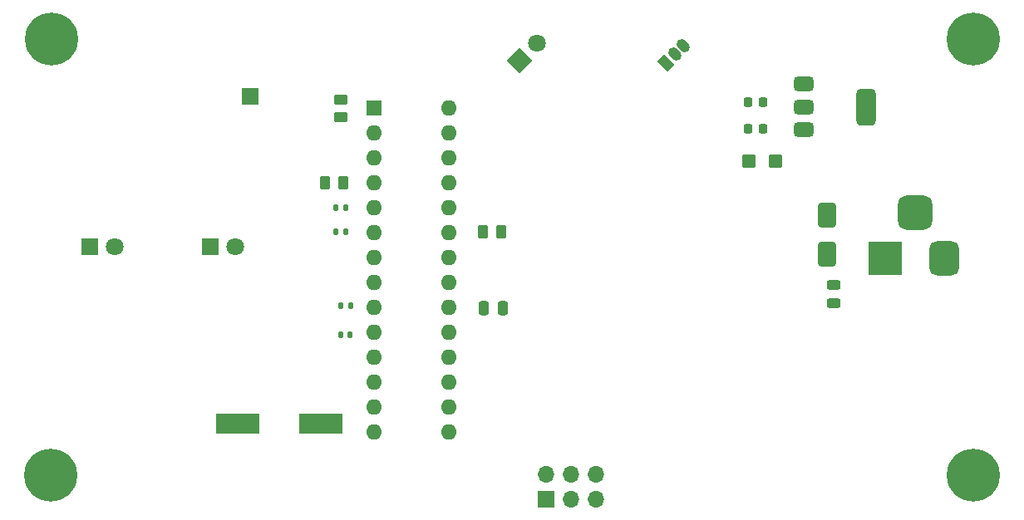
<source format=gbr>
%TF.GenerationSoftware,KiCad,Pcbnew,8.0.8*%
%TF.CreationDate,2025-02-21T18:26:29+02:00*%
%TF.ProjectId,iis22183,69697332-3231-4383-932e-6b696361645f,0*%
%TF.SameCoordinates,Original*%
%TF.FileFunction,Soldermask,Top*%
%TF.FilePolarity,Negative*%
%FSLAX46Y46*%
G04 Gerber Fmt 4.6, Leading zero omitted, Abs format (unit mm)*
G04 Created by KiCad (PCBNEW 8.0.8) date 2025-02-21 18:26:29*
%MOMM*%
%LPD*%
G01*
G04 APERTURE LIST*
G04 Aperture macros list*
%AMRoundRect*
0 Rectangle with rounded corners*
0 $1 Rounding radius*
0 $2 $3 $4 $5 $6 $7 $8 $9 X,Y pos of 4 corners*
0 Add a 4 corners polygon primitive as box body*
4,1,4,$2,$3,$4,$5,$6,$7,$8,$9,$2,$3,0*
0 Add four circle primitives for the rounded corners*
1,1,$1+$1,$2,$3*
1,1,$1+$1,$4,$5*
1,1,$1+$1,$6,$7*
1,1,$1+$1,$8,$9*
0 Add four rect primitives between the rounded corners*
20,1,$1+$1,$2,$3,$4,$5,0*
20,1,$1+$1,$4,$5,$6,$7,0*
20,1,$1+$1,$6,$7,$8,$9,0*
20,1,$1+$1,$8,$9,$2,$3,0*%
%AMHorizOval*
0 Thick line with rounded ends*
0 $1 width*
0 $2 $3 position (X,Y) of the first rounded end (center of the circle)*
0 $4 $5 position (X,Y) of the second rounded end (center of the circle)*
0 Add line between two ends*
20,1,$1,$2,$3,$4,$5,0*
0 Add two circle primitives to create the rounded ends*
1,1,$1,$2,$3*
1,1,$1,$4,$5*%
%AMRotRect*
0 Rectangle, with rotation*
0 The origin of the aperture is its center*
0 $1 length*
0 $2 width*
0 $3 Rotation angle, in degrees counterclockwise*
0 Add horizontal line*
21,1,$1,$2,0,0,$3*%
G04 Aperture macros list end*
%ADD10RoundRect,0.250000X-0.262500X-0.450000X0.262500X-0.450000X0.262500X0.450000X-0.262500X0.450000X0*%
%ADD11C,0.800000*%
%ADD12C,5.400000*%
%ADD13RoundRect,0.135000X0.135000X0.185000X-0.135000X0.185000X-0.135000X-0.185000X0.135000X-0.185000X0*%
%ADD14RoundRect,0.250000X0.450000X0.425000X-0.450000X0.425000X-0.450000X-0.425000X0.450000X-0.425000X0*%
%ADD15R,1.700000X1.700000*%
%ADD16RoundRect,0.250000X0.262500X0.450000X-0.262500X0.450000X-0.262500X-0.450000X0.262500X-0.450000X0*%
%ADD17RoundRect,0.250000X-0.650000X1.000000X-0.650000X-1.000000X0.650000X-1.000000X0.650000X1.000000X0*%
%ADD18R,3.500000X3.500000*%
%ADD19RoundRect,0.750000X0.750000X1.000000X-0.750000X1.000000X-0.750000X-1.000000X0.750000X-1.000000X0*%
%ADD20RoundRect,0.875000X0.875000X0.875000X-0.875000X0.875000X-0.875000X-0.875000X0.875000X-0.875000X0*%
%ADD21R,1.800000X1.800000*%
%ADD22C,1.800000*%
%ADD23RoundRect,0.140000X0.140000X0.170000X-0.140000X0.170000X-0.140000X-0.170000X0.140000X-0.170000X0*%
%ADD24RotRect,1.050000X1.500000X45.000000*%
%ADD25HorizOval,1.050000X-0.159099X0.159099X0.159099X-0.159099X0*%
%ADD26RoundRect,0.375000X-0.625000X-0.375000X0.625000X-0.375000X0.625000X0.375000X-0.625000X0.375000X0*%
%ADD27RoundRect,0.500000X-0.500000X-1.400000X0.500000X-1.400000X0.500000X1.400000X-0.500000X1.400000X0*%
%ADD28RoundRect,0.225000X0.225000X0.250000X-0.225000X0.250000X-0.225000X-0.250000X0.225000X-0.250000X0*%
%ADD29RoundRect,0.243750X0.456250X-0.243750X0.456250X0.243750X-0.456250X0.243750X-0.456250X-0.243750X0*%
%ADD30R,1.600000X1.600000*%
%ADD31O,1.600000X1.600000*%
%ADD32RoundRect,0.250000X-0.250000X-0.475000X0.250000X-0.475000X0.250000X0.475000X-0.250000X0.475000X0*%
%ADD33RotRect,1.800000X1.800000X45.000000*%
%ADD34O,1.700000X1.700000*%
%ADD35RoundRect,0.250000X0.450000X-0.262500X0.450000X0.262500X-0.450000X0.262500X-0.450000X-0.262500X0*%
%ADD36R,4.500000X2.000000*%
G04 APERTURE END LIST*
D10*
%TO.C,R4*%
X132425000Y-92750000D03*
X134250000Y-92750000D03*
%TD*%
D11*
%TO.C,H1*%
X102543109Y-78068109D03*
X103136218Y-76636218D03*
X103136218Y-79500000D03*
X104568109Y-76043109D03*
D12*
X104568109Y-78068109D03*
D11*
X104568109Y-80093109D03*
X106000000Y-76636218D03*
X106000000Y-79500000D03*
X106593109Y-78068109D03*
%TD*%
%TO.C,H3*%
X196406891Y-78068109D03*
X197000000Y-76636218D03*
X197000000Y-79500000D03*
X198431891Y-76043109D03*
D12*
X198431891Y-78068109D03*
D11*
X198431891Y-80093109D03*
X199863782Y-76636218D03*
X199863782Y-79500000D03*
X200456891Y-78068109D03*
%TD*%
D13*
%TO.C,R2*%
X134500000Y-95250000D03*
X133480000Y-95250000D03*
%TD*%
D14*
%TO.C,C1*%
X178250000Y-90500000D03*
X175550000Y-90500000D03*
%TD*%
D15*
%TO.C,J3*%
X124750000Y-83900000D03*
%TD*%
D16*
%TO.C,R5*%
X150325000Y-97750000D03*
X148500000Y-97750000D03*
%TD*%
D17*
%TO.C,D1*%
X183500000Y-96000000D03*
X183500000Y-100000000D03*
%TD*%
D18*
%TO.C,J2*%
X189500000Y-100457500D03*
D19*
X195500000Y-100457500D03*
D20*
X192500000Y-95757500D03*
%TD*%
D13*
%TO.C,R3*%
X134500000Y-97750000D03*
X133480000Y-97750000D03*
%TD*%
D21*
%TO.C,D3*%
X120750000Y-99250000D03*
D22*
X123290000Y-99250000D03*
%TD*%
D23*
%TO.C,C4*%
X134960000Y-108250000D03*
X134000000Y-108250000D03*
%TD*%
D11*
%TO.C,H4*%
X196406891Y-122500000D03*
X197000000Y-121068109D03*
X197000000Y-123931891D03*
X198431891Y-120475000D03*
D12*
X198431891Y-122500000D03*
D11*
X198431891Y-124525000D03*
X199863782Y-121068109D03*
X199863782Y-123931891D03*
X200456891Y-122500000D03*
%TD*%
D24*
%TO.C,U2*%
X167101974Y-80547073D03*
D25*
X168000000Y-79649047D03*
X168898025Y-78751022D03*
%TD*%
D26*
%TO.C,U3*%
X181200000Y-82700000D03*
X181200000Y-85000000D03*
D27*
X187500000Y-85000000D03*
D26*
X181200000Y-87300000D03*
%TD*%
D28*
%TO.C,C5*%
X177050000Y-84500000D03*
X175500000Y-84500000D03*
%TD*%
D29*
%TO.C,F1*%
X184250000Y-105000000D03*
X184250000Y-103125000D03*
%TD*%
D30*
%TO.C,U1*%
X137380000Y-85140000D03*
D31*
X137380000Y-87680000D03*
X137380000Y-90220000D03*
X137380000Y-92760000D03*
X137380000Y-95300000D03*
X137380000Y-97840000D03*
X137380000Y-100380000D03*
X137380000Y-102920000D03*
X137380000Y-105460000D03*
X137380000Y-108000000D03*
X137380000Y-110540000D03*
X137380000Y-113080000D03*
X137380000Y-115620000D03*
X137380000Y-118160000D03*
X145000000Y-118160000D03*
X145000000Y-115620000D03*
X145000000Y-113080000D03*
X145000000Y-110540000D03*
X145000000Y-108000000D03*
X145000000Y-105460000D03*
X145000000Y-102920000D03*
X145000000Y-100380000D03*
X145000000Y-97840000D03*
X145000000Y-95300000D03*
X145000000Y-92760000D03*
X145000000Y-90220000D03*
X145000000Y-87680000D03*
X145000000Y-85140000D03*
%TD*%
D32*
%TO.C,C2*%
X148600000Y-105500000D03*
X150500000Y-105500000D03*
%TD*%
D23*
%TO.C,C3*%
X135000000Y-105250000D03*
X134040000Y-105250000D03*
%TD*%
D33*
%TO.C,D4*%
X152203949Y-80296051D03*
D22*
X154000000Y-78500000D03*
%TD*%
D28*
%TO.C,C6*%
X177000000Y-87250000D03*
X175450000Y-87250000D03*
%TD*%
D21*
%TO.C,D2*%
X108460000Y-99250000D03*
D22*
X111000000Y-99250000D03*
%TD*%
D11*
%TO.C,H2*%
X102450000Y-122500000D03*
X103043109Y-121068109D03*
X103043109Y-123931891D03*
X104475000Y-120475000D03*
D12*
X104475000Y-122500000D03*
D11*
X104475000Y-124525000D03*
X105906891Y-121068109D03*
X105906891Y-123931891D03*
X106500000Y-122500000D03*
%TD*%
D15*
%TO.C,J1*%
X154920000Y-125000000D03*
D34*
X154920000Y-122460000D03*
X157460000Y-125000000D03*
X157460000Y-122460000D03*
X160000000Y-125000000D03*
X160000000Y-122460000D03*
%TD*%
D35*
%TO.C,R1*%
X134000000Y-86075000D03*
X134000000Y-84250000D03*
%TD*%
D36*
%TO.C,Y1*%
X132000000Y-117250000D03*
X123500000Y-117250000D03*
%TD*%
M02*

</source>
